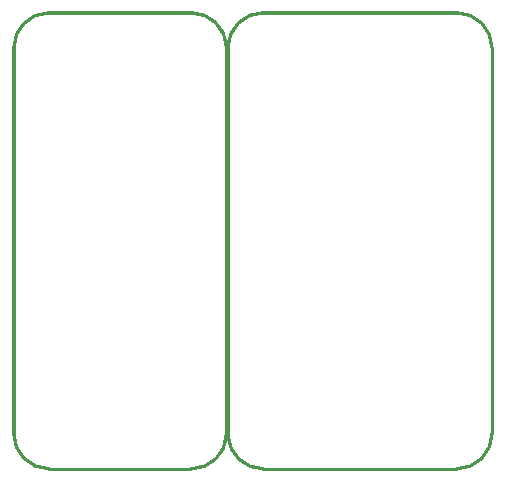
<source format=gbr>
%TF.GenerationSoftware,Altium Limited,Altium Designer,20.0.10 (225)*%
G04 Layer_Color=16711935*
%FSLAX26Y26*%
%MOIN*%
%TF.FileFunction,Other,Mechanical_1*%
%TF.Part,CustomerPanel*%
G01*
G75*
%TA.AperFunction,NonConductor*%
%ADD22C,0.006000*%
%ADD23C,0.010000*%
D22*
X3933001Y4616181D02*
G03*
X3933001Y4616206I-3001J0D01*
G01*
X3933001Y4616181D02*
G03*
X3933001Y4616206I-3001J0D01*
G01*
D02*
G03*
X3811890Y4737292I-121111J-25D01*
G01*
X3933001Y4616181D02*
G03*
X3933001Y4616206I-121111J0D01*
G01*
X3933001Y3333110D02*
G03*
X3933001Y3333135I-3001J0D01*
G01*
X3933001Y3333110D02*
G03*
X3933001Y3333135I-3001J0D01*
G01*
X3811890Y3211999D02*
G03*
X3933001Y3333110I0J121111D01*
G01*
X3168110Y4737292D02*
G03*
X3047500Y4627187I0J-121111D01*
G01*
D02*
G03*
X2926890Y4737292I-120610J-11006D01*
G01*
X2454449D02*
G03*
X2333338Y4616181I0J-121111D01*
G01*
X3047500Y3322105D02*
G03*
X3168110Y3211999I120610J11005D01*
G01*
X2926890D02*
G03*
X3047500Y3322105I0J121111D01*
G01*
X2333338Y3333110D02*
G03*
X2454449Y3211999I121111J0D01*
G01*
X3168110Y4737292D02*
X3811890D01*
X3933001Y3333135D02*
X3933001Y4616181D01*
X3933001Y3333110D02*
Y3333135D01*
X3168110Y3211999D02*
X3811890D01*
X2454449Y4737292D02*
X2926890D01*
X2333338Y3333110D02*
Y4616181D01*
X2454449Y3211999D02*
X2926890D01*
D23*
X3047500Y3460000D02*
Y3940000D01*
Y3322105D02*
Y3340000D01*
Y4060000D02*
Y4415000D01*
Y4535000D02*
Y4627187D01*
X3930000Y4616181D02*
G03*
X3811890Y4734291I-118110J0D01*
G01*
X3811890Y3215000D02*
G03*
X3930000Y3333110I0J118110D01*
G01*
X3168110Y4734291D02*
G03*
X3050000Y4616181I0J-118110D01*
G01*
X3050000Y3333110D02*
G03*
X3168110Y3215000I118110J0D01*
G01*
X3811890D01*
X3168110Y4734291D02*
X3811890D01*
X3930000Y3333110D02*
X3930000Y4616181D01*
X3050000Y3333110D02*
X3050000Y4616181D01*
X2926890Y3215000D02*
G03*
X3045000Y3333110I0J118110D01*
G01*
X2454449Y4734291D02*
G03*
X2336339Y4616181I0J-118110D01*
G01*
X3045000D02*
G03*
X2926890Y4734291I-118110J0D01*
G01*
X2336339Y3333110D02*
G03*
X2454449Y3215000I118110J0D01*
G01*
Y4734291D02*
X2926890D01*
X2454449Y3215000D02*
X2926890D01*
X3045000Y3333110D02*
Y4616181D01*
X2336339Y3333110D02*
Y4616181D01*
%TF.MD5,a80d4a4dd0a747f267a28008f5f0a384*%
M02*

</source>
